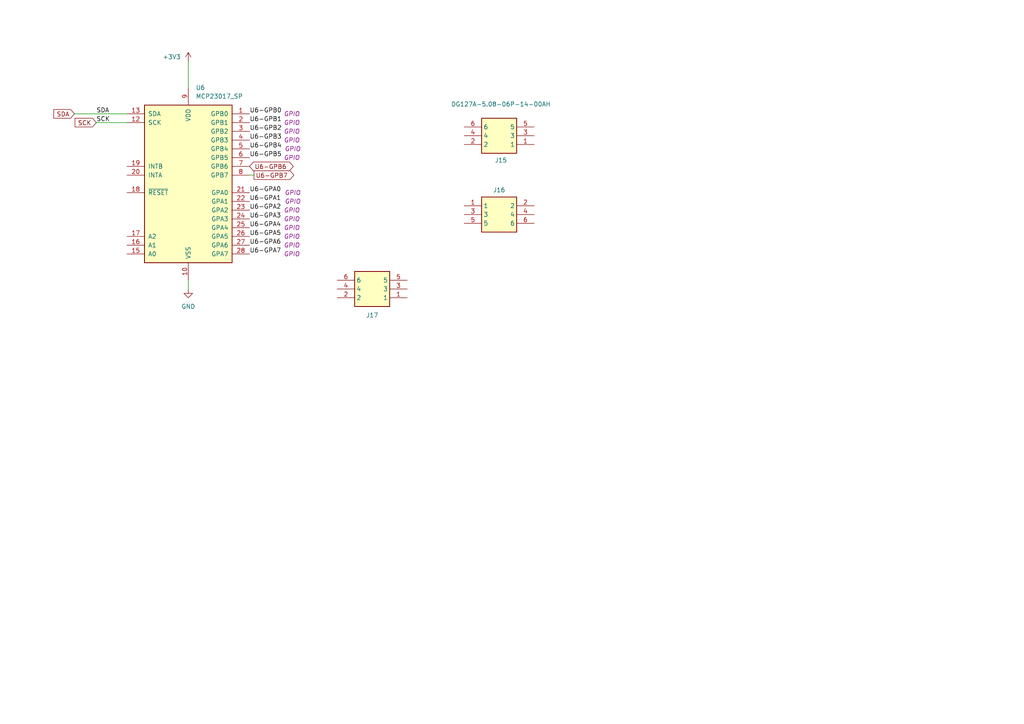
<source format=kicad_sch>
(kicad_sch (version 20250114) (generator "eeschema") (generator_version "9.0")
  (paper "A4")
  (lib_symbols
    (symbol "1_tme:DG127A-5.08-06P-14-00AH"
      (property "Reference" "J" (at 16.51 7.62 0))
      (property "Value" "DG127A-5.08-06P-14-00AH" (at 16.51 5.08 0))
      (symbol "DG127A-5.08-06P-14-00AH_1_1"
        (rectangle (start 5.08 2.54) (end 15.24 -7.62) (stroke (width 0.254)) (fill (type background)))
        (pin passive line (at 0 0 0) (length 5.08) (name "2") (number "2"))
        (pin passive line (at 0 -2.54 0) (length 5.08) (name "4") (number "4"))
        (pin passive line (at 0 -5.08 0) (length 5.08) (name "6") (number "6"))
        (pin passive line (at 20.32 0 180) (length 5.08) (name "1") (number "1"))
        (pin passive line (at 20.32 -2.54 180) (length 5.08) (name "3") (number "3"))
        (pin passive line (at 20.32 -5.08 180) (length 5.08) (name "5") (number "5"))
      )
    )
    (symbol "Interface_Expansion:MCP23017_SP" (pin_names (offset 1.016))
      (property "Reference" "U" (at -11.43 24.13 0))
      (property "Value" "MCP23017_SP" (at 0 0 0))
      (symbol "MCP23017_SP_0_1"
        (rectangle (start -12.7 22.86) (end 12.7 -22.86) (stroke (width 0.254)) (fill (type background)))
      )
      (symbol "MCP23017_SP_1_1"
        (pin bidirectional line (at -17.78 20.32 0) (length 5.08) (name "SDA") (number "13"))
        (pin input line (at -17.78 17.78 0) (length 5.08) (name "SCK") (number "12"))
        (pin tri_state line (at -17.78 5.08 0) (length 5.08) (name "INTB") (number "19"))
        (pin tri_state line (at -17.78 2.54 0) (length 5.08) (name "INTA") (number "20"))
        (pin input line (at -17.78 -2.54 0) (length 5.08) (name "~{RESET}") (number "18"))
        (pin input line (at -17.78 -15.24 0) (length 5.08) (name "A2") (number "17"))
        (pin input line (at -17.78 -17.78 0) (length 5.08) (name "A1") (number "16"))
        (pin input line (at -17.78 -20.32 0) (length 5.08) (name "A0") (number "15"))
        (pin no_connect line (at -12.7 15.24 0) (length 5.08) (hide yes) (name "NC") (number "11"))
        (pin no_connect line (at -12.7 12.7 0) (length 5.08) (hide yes) (name "NC") (number "14"))
        (pin power_in line (at 0 27.94 270) (length 5.08) (name "VDD") (number "9"))
        (pin power_in line (at 0 -27.94 90) (length 5.08) (name "VSS") (number "10"))
        (pin bidirectional line (at 17.78 20.32 180) (length 5.08) (name "GPB0") (number "1"))
        (pin bidirectional line (at 17.78 17.78 180) (length 5.08) (name "GPB1") (number "2"))
        (pin bidirectional line (at 17.78 15.24 180) (length 5.08) (name "GPB2") (number "3"))
        (pin bidirectional line (at 17.78 12.7 180) (length 5.08) (name "GPB3") (number "4"))
        (pin bidirectional line (at 17.78 10.16 180) (length 5.08) (name "GPB4") (number "5"))
        (pin bidirectional line (at 17.78 7.62 180) (length 5.08) (name "GPB5") (number "6"))
        (pin bidirectional line (at 17.78 5.08 180) (length 5.08) (name "GPB6") (number "7"))
        (pin output line (at 17.78 2.54 180) (length 5.08) (name "GPB7") (number "8"))
        (pin bidirectional line (at 17.78 -2.54 180) (length 5.08) (name "GPA0") (number "21"))
        (pin bidirectional line (at 17.78 -5.08 180) (length 5.08) (name "GPA1") (number "22"))
        (pin bidirectional line (at 17.78 -7.62 180) (length 5.08) (name "GPA2") (number "23"))
        (pin bidirectional line (at 17.78 -10.16 180) (length 5.08) (name "GPA3") (number "24"))
        (pin bidirectional line (at 17.78 -12.7 180) (length 5.08) (name "GPA4") (number "25"))
        (pin bidirectional line (at 17.78 -15.24 180) (length 5.08) (name "GPA5") (number "26"))
        (pin bidirectional line (at 17.78 -17.78 180) (length 5.08) (name "GPA6") (number "27"))
        (pin output line (at 17.78 -20.32 180) (length 5.08) (name "GPA7") (number "28"))
      )
    )
    (symbol "power:+5VD" (power) (pin_numbers (hide yes)) (pin_names (offset 0) (hide yes))
      (property "Value" "+5VD" (at 0 3.556 0))
      (symbol "+5VD_0_1"
        (polyline (pts (xy -0.762 1.27) (xy 0 2.54)))
        (polyline (pts (xy 0 2.54) (xy 0.762 1.27)))
        (polyline (pts (xy 0 0) (xy 0 2.54)))
      )
      (symbol "+5VD_1_1"
        (pin power_in line (at 0 0 90) (length 0) (name "~") (number "1"))
      )
    )
    (symbol "power:GND" (power) (pin_numbers (hide yes)) (pin_names (offset 0) (hide yes))
      (property "Value" "GND" (at 0 -3.81 0))
      (symbol "GND_0_1"
        (polyline (pts (xy 0 0) (xy 0 -1.27) (xy 1.27 -1.27) (xy 0 -2.54) (xy -1.27 -1.27) (xy 0 -1.27)))
      )
      (symbol "GND_1_1"
        (pin power_in line (at 0 0 270) (length 0) (name "~") (number "1"))
      )
    )
  )
  (wire (pts (xy 73.66 50.8) (xy 72.39 50.8)))
  (wire (pts (xy 21.59 33.02) (xy 36.83 33.02)))
  (wire (pts (xy 54.61 17.78) (xy 54.61 25.4)))
  (wire (pts (xy 27.94 35.56) (xy 36.83 35.56)))
  (wire (pts (xy 54.61 81.28) (xy 54.61 83.82)))
  (label "U6-GPB2" (at 72.39 38.1 0) (property "Netclass" "GPIO" (at 82.296 38.1 0) (effects (font (italic yes)) (justify left))))
  (label "U6-GPB5" (at 72.39 45.72 0) (property "Netclass" "GPIO" (at 82.296 45.72 0) (effects (font (italic yes)) (justify left))))
  (label "U6-GPA1" (at 72.39 58.42 0) (property "Netclass" "GPIO" (at 82.55 58.42 0) (effects (font (italic yes)) (justify left))))
  (label "U6-GPB4" (at 72.39 43.18 0) (property "Netclass" "GPIO" (at 82.55 43.18 0) (effects (font (italic yes)) (justify left))))
  (label "U6-GPA5" (at 72.39 68.58 0) (property "Netclass" "GPIO" (at 82.296 68.58 0) (effects (font (italic yes)) (justify left))))
  (label "U6-GPB3" (at 72.39 40.64 0) (property "Netclass" "GPIO" (at 82.296 40.64 0) (effects (font (italic yes)) (justify left))))
  (label "U6-GPB1" (at 72.39 35.56 0) (property "Netclass" "GPIO" (at 82.296 35.56 0) (effects (font (italic yes)) (justify left))))
  (label "U6-GPA3" (at 72.39 63.5 0) (property "Netclass" "GPIO" (at 82.296 63.5 0) (effects (font (italic yes)) (justify left))))
  (label "SDA" (at 27.94 33.02 0))
  (label "SCK" (at 27.94 35.56 0))
  (label "U6-GPA4" (at 72.39 66.04 0) (property "Netclass" "GPIO" (at 82.296 66.04 0) (effects (font (italic yes)) (justify left))))
  (label "U6-GPA7" (at 72.39 73.66 0) (property "Netclass" "GPIO" (at 82.296 73.66 0) (effects (font (italic yes)) (justify left))))
  (label "U6-GPA0" (at 72.39 55.88 0) (property "Netclass" "GPIO" (at 82.55 55.88 0) (effects (font (italic yes)) (justify left))))
  (label "U6-GPB0" (at 72.39 33.02 0) (property "Netclass" "GPIO" (at 82.296 33.02 0) (effects (font (italic yes)) (justify left))))
  (label "U6-GPA2" (at 72.39 60.96 0) (property "Netclass" "GPIO" (at 82.296 60.96 0) (effects (font (italic yes)) (justify left))))
  (label "U6-GPA6" (at 72.39 71.12 0) (property "Netclass" "GPIO" (at 82.296 71.12 0) (effects (font (italic yes)) (justify left))))
  (global_label "U6-GPB7" (shape output) (at 73.66 50.8 0) (property "Intersheetrefs" "${INTERSHEET_REFS}" (effects (hide yes))))
  (global_label "SDA" (shape input) (at 21.59 33.02 180) (property "Intersheetrefs" "${INTERSHEET_REFS}" (effects (hide yes))))
  (global_label "U6-GPB6" (shape bidirectional) (at 72.39 48.26 0) (property "Intersheetrefs" "${INTERSHEET_REFS}" (effects (hide yes))))
  (global_label "SCK" (shape input) (at 27.94 35.56 180) (property "Intersheetrefs" "${INTERSHEET_REFS}" (effects (hide yes))))
  (symbol (lib_id "1_tme:DG127A-5.08-06P-14-00AH") (at 154.94 59.69 0) (mirror y) (unit 1)
    (property "Reference" "J16" (at 144.78 55.118 0))
    (property "Value" "DG127A-5.08-06P-14-00AH" (effects (hide yes)))
    (property "Footprint" "DG127A50806P1400AH" (effects (hide yes)))
    (property "Datasheet" "https://www.degson.com/index.php?a=downloadFile&id=1094971&name=%27ZmlsZTQ=%27&lang=en" (effects (hide yes)))
    (property "Description" "PCB terminal block; angled 90; 5.08mm; ways: 6; on PCBs; terminal" (effects (hide yes)))
    (property "Height" "19.41" (effects (hide yes)))
    (property "Manufacturer_Name" "Degson" (effects (hide yes)))
    (property "Manufacturer_Part_Number" "DG127A-5.08-06P-14-00AH" (effects (hide yes)))
  )
  (symbol (lib_id "1_tme:DG127A-5.08-06P-14-00AH") (at 134.62 41.91 0) (mirror x) (unit 1)
    (property "Reference" "J15" (at 145.288 46.482 0))
    (property "Value" "DG127A-5.08-06P-14-00AH" (at 145.288 30.226 0))
    (property "Footprint" "DG127A50806P1400AH" (effects (hide yes)))
    (property "Datasheet" "https://www.degson.com/index.php?a=downloadFile&id=1094971&name=%27ZmlsZTQ=%27&lang=en" (effects (hide yes)))
    (property "Description" "PCB terminal block; angled 90; 5.08mm; ways: 6; on PCBs; terminal" (effects (hide yes)))
    (property "Height" "19.41" (effects (hide yes)))
    (property "Manufacturer_Name" "Degson" (effects (hide yes)))
    (property "Manufacturer_Part_Number" "DG127A-5.08-06P-14-00AH" (effects (hide yes)))
  )
  (symbol (lib_id "1_tme:DG127A-5.08-06P-14-00AH") (at 97.79 86.36 0) (mirror x) (unit 1)
    (property "Reference" "J17" (at 107.95 91.44 0))
    (property "Value" "DG127A-5.08-06P-14-00AH" (effects (hide yes)))
    (property "Footprint" "DG127A50806P1400AH" (effects (hide yes)))
    (property "Datasheet" "https://www.degson.com/index.php?a=downloadFile&id=1094971&name=%27ZmlsZTQ=%27&lang=en" (effects (hide yes)))
    (property "Description" "PCB terminal block; angled 90; 5.08mm; ways: 6; on PCBs; terminal" (effects (hide yes)))
    (property "Height" "19.41" (effects (hide yes)))
    (property "Manufacturer_Name" "Degson" (effects (hide yes)))
    (property "Manufacturer_Part_Number" "DG127A-5.08-06P-14-00AH" (effects (hide yes)))
  )
  (symbol (lib_id "power:GND") (at 54.61 83.82 0) (unit 1)
    (property "Reference" "#PWR014" (effects (hide yes)))
    (property "Value" "GND" (at 54.61 88.9 0))
    (property "Description" "Power symbol creates a global label with name \"GND\" , ground" (effects (hide yes)))
  )
  (symbol (lib_id "power:+5VD") (at 54.61 17.78 0) (unit 1)
    (property "Reference" "#PWR013" (effects (hide yes)))
    (property "Value" "+3V3" (at 49.784 16.51 0))
    (property "Description" "Power symbol creates a global label with name \"+5VD\"" (effects (hide yes)))
  )
  (symbol (lib_id "Interface_Expansion:MCP23017_SP") (at 54.61 53.34 0) (unit 1)
    (property "Reference" "U6" (at 56.7533 25.4 0) (effects (justify left)))
    (property "Value" "MCP23017_SP" (at 56.7533 27.94 0) (effects (justify left)))
    (property "Footprint" "Package_DIP:DIP-28_W7.62mm" (effects (hide yes)))
    (property "Datasheet" "https://ww1.microchip.com/downloads/aemDocuments/documents/APID/ProductDocuments/DataSheets/MCP23017-Data-Sheet-DS20001952.pdf" (effects (hide yes)))
    (property "Description" "16-bit I/O expander, I2C, interrupts, w pull-ups, SPDIP-28" (effects (hide yes)))
  )
)
</source>
